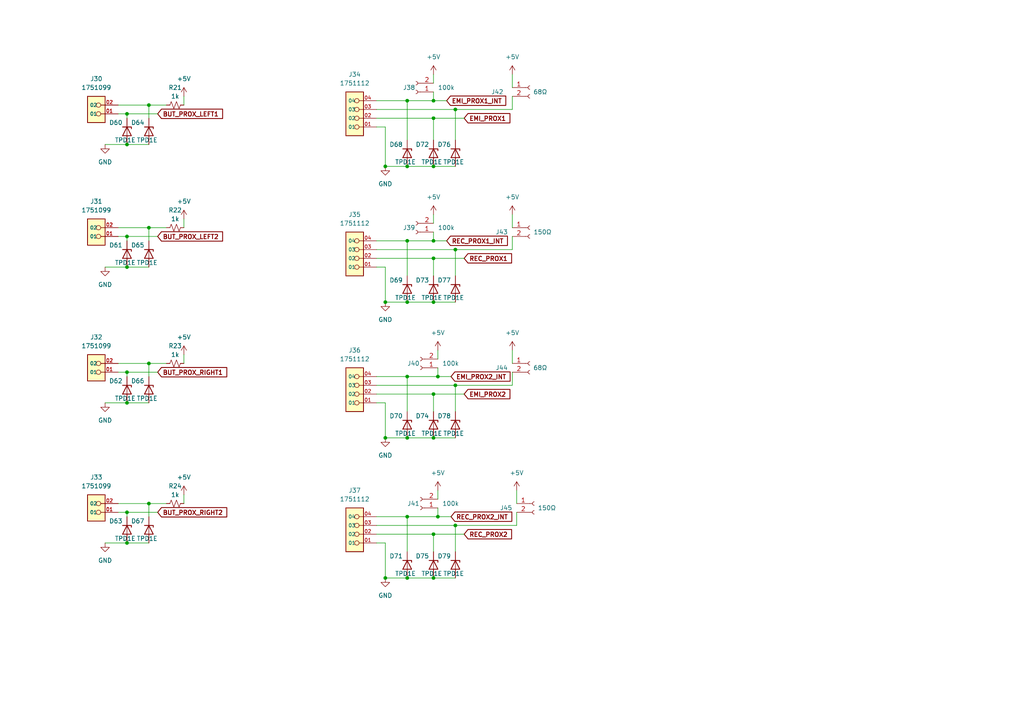
<source format=kicad_sch>
(kicad_sch (version 20211123) (generator eeschema)
  (paper "A4")
  (lib_symbols
    (symbol "Connector:Conn_01x02_Female" (pin_names (offset 1.016) hide)
      (property "Reference" "J" (at 0 2.54 0))
      (property "Value" "Conn_01x02_Female" (at 0 -5.08 0))
      (symbol "Conn_01x02_Female_1_1"
        (arc (start 0 -2.032) (mid -0.508 -2.54) (end 0 -3.048) (stroke (width 0.1524)))
        (polyline (pts (xy -1.27 -2.54) (xy -0.508 -2.54)) (stroke (width 0.1524)))
        (polyline (pts (xy -1.27 0) (xy -0.508 0)) (stroke (width 0.1524)))
        (arc (start 0 0.508) (mid -0.508 0) (end 0 -0.508) (stroke (width 0.1524)))
        (pin passive line (at -5.08 0 0) (length 3.81) (name "Pin_1") (number "1"))
        (pin passive line (at -5.08 -2.54 0) (length 3.81) (name "Pin_2") (number "2"))
      )
    )
    (symbol "Device:D_Zener" (pin_numbers hide) (pin_names (offset 1.016) hide)
      (property "Reference" "D" (at 0 2.54 0))
      (property "Value" "D_Zener" (at 0 -2.54 0))
      (symbol "D_Zener_0_1"
        (polyline (pts (xy 1.27 0) (xy -1.27 0)))
        (polyline (pts (xy -1.27 -1.27) (xy -1.27 1.27) (xy -0.762 1.27)) (stroke (width 0.254)))
        (polyline (pts (xy 1.27 -1.27) (xy 1.27 1.27) (xy -1.27 0) (xy 1.27 -1.27)) (stroke (width 0.254)))
      )
      (symbol "D_Zener_1_1"
        (pin passive line (at -3.81 0 0) (length 2.54) (name "K") (number "1"))
        (pin passive line (at 3.81 0 180) (length 2.54) (name "A") (number "2"))
      )
    )
    (symbol "Device:R_Small_US" (pin_numbers hide) (pin_names (offset 0.254) hide)
      (property "Reference" "R" (at 0.762 0.508 0))
      (property "Value" "R_Small_US" (at 0.762 -1.016 0))
      (symbol "R_Small_US_1_1"
        (polyline (pts (xy 0 0) (xy 1.016 -0.381) (xy 0 -0.762) (xy -1.016 -1.143) (xy 0 -1.524)))
        (polyline (pts (xy 0 1.524) (xy 1.016 1.143) (xy 0 0.762) (xy -1.016 0.381) (xy 0 0)))
        (pin passive line (at 0 2.54 270) (length 1.016) (name "~") (number "1"))
        (pin passive line (at 0 -2.54 90) (length 1.016) (name "~") (number "2"))
      )
    )
    (symbol "SymLib:1751099" (pin_names (offset 1.016))
      (property "Reference" "J" (at -6.85 5.08 0))
      (property "Value" "1751099" (at -6.35 -5.08 0))
      (symbol "1751099_0_0"
        (rectangle (start -6.35 5.08) (end -1.27 -2.54) (stroke (width 0.254)) (fill (type background)))
        (circle (center -4.445 0) (radius 0.635) (stroke (width 0.1524)))
        (circle (center -4.445 2.54) (radius 0.635) (stroke (width 0.1524)))
        (pin passive line (at -10.16 2.54 0) (length 5.08) (name "01") (number "01"))
        (pin passive line (at -10.16 0 0) (length 5.08) (name "02") (number "02"))
      )
    )
    (symbol "SymLib:1751112" (pin_names (offset 1.016))
      (property "Reference" "J" (at -6.85 7.62 0))
      (property "Value" "1751112" (at -6.35 -7.62 0))
      (symbol "1751112_0_0"
        (rectangle (start -6.35 7.62) (end -1.27 -5.08) (stroke (width 0.254)) (fill (type background)))
        (circle (center -4.445 -2.54) (radius 0.635) (stroke (width 0.1524)))
        (circle (center -4.445 0) (radius 0.635) (stroke (width 0.1524)))
        (circle (center -4.445 2.54) (radius 0.635) (stroke (width 0.1524)))
        (circle (center -4.445 5.08) (radius 0.635) (stroke (width 0.1524)))
        (pin passive line (at -10.16 5.08 0) (length 5.08) (name "01") (number "01"))
        (pin passive line (at -10.16 2.54 0) (length 5.08) (name "02") (number "02"))
        (pin passive line (at -10.16 0 0) (length 5.08) (name "03") (number "03"))
        (pin passive line (at -10.16 -2.54 0) (length 5.08) (name "04") (number "04"))
      )
    )
    (symbol "power:+5V" (power) (pin_names (offset 0))
      (property "Value" "+5V" (at 0 3.556 0))
      (symbol "+5V_0_1"
        (polyline (pts (xy -0.762 1.27) (xy 0 2.54)))
        (polyline (pts (xy 0 0) (xy 0 2.54)))
        (polyline (pts (xy 0 2.54) (xy 0.762 1.27)))
      )
      (symbol "+5V_1_1"
        (pin power_in line (at 0 0 90) (length 0) hide (name "+5V") (number "1"))
      )
    )
    (symbol "power:GND" (power) (pin_names (offset 0))
      (property "Value" "GND" (at 0 -3.81 0))
      (symbol "GND_0_1"
        (polyline (pts (xy 0 0) (xy 0 -1.27) (xy 1.27 -1.27) (xy 0 -2.54) (xy -1.27 -1.27) (xy 0 -1.27)))
      )
      (symbol "GND_1_1"
        (pin power_in line (at 0 0 270) (length 0) hide (name "GND") (number "1"))
      )
    )
  )
  (junction (at 118.11 127))
  (junction (at 132.08 72.39))
  (junction (at 36.83 41.91))
  (junction (at 127 149.86))
  (junction (at 125.73 74.93))
  (junction (at 125.73 34.29))
  (junction (at 111.76 87.63))
  (junction (at 36.83 77.47))
  (junction (at 118.11 149.86))
  (junction (at 118.11 48.26))
  (junction (at 132.08 31.75))
  (junction (at 36.83 148.59))
  (junction (at 111.76 167.64))
  (junction (at 132.08 152.4))
  (junction (at 43.18 30.48))
  (junction (at 125.73 69.85))
  (junction (at 36.83 157.48))
  (junction (at 111.76 48.26))
  (junction (at 118.11 87.63))
  (junction (at 125.73 167.64))
  (junction (at 111.76 127))
  (junction (at 125.73 114.3))
  (junction (at 118.11 109.22))
  (junction (at 118.11 167.64))
  (junction (at 36.83 68.58))
  (junction (at 125.73 87.63))
  (junction (at 127 109.22))
  (junction (at 125.73 48.26))
  (junction (at 36.83 33.02))
  (junction (at 118.11 29.21))
  (junction (at 43.18 66.04))
  (junction (at 36.83 116.84))
  (junction (at 132.08 111.76))
  (junction (at 43.18 146.05))
  (junction (at 125.73 29.21))
  (junction (at 125.73 154.94))
  (junction (at 43.18 105.41))
  (junction (at 125.73 127))
  (junction (at 36.83 107.95))
  (junction (at 118.11 69.85))
  (wire (pts (xy 109.22 77.47) (xy 111.76 77.47)))
  (wire (pts (xy 125.73 74.93) (xy 109.22 74.93)))
  (wire (pts (xy 109.22 72.39) (xy 132.08 72.39)))
  (wire (pts (xy 109.22 111.76) (xy 132.08 111.76)))
  (wire (pts (xy 36.83 77.47) (xy 43.18 77.47)))
  (wire (pts (xy 132.08 152.4) (xy 132.08 160.02)))
  (wire (pts (xy 34.29 30.48) (xy 43.18 30.48)))
  (wire (pts (xy 118.11 87.63) (xy 125.73 87.63)))
  (wire (pts (xy 109.22 116.84) (xy 111.76 116.84)))
  (wire (pts (xy 125.73 114.3) (xy 109.22 114.3)))
  (wire (pts (xy 125.73 69.85) (xy 118.11 69.85)))
  (wire (pts (xy 111.76 36.83) (xy 111.76 48.26)))
  (wire (pts (xy 118.11 29.21) (xy 118.11 40.64)))
  (wire (pts (xy 127 144.78) (xy 127 142.24)))
  (wire (pts (xy 127 147.32) (xy 127 149.86)))
  (wire (pts (xy 125.73 167.64) (xy 132.08 167.64)))
  (wire (pts (xy 132.08 111.76) (xy 148.59 111.76)))
  (wire (pts (xy 125.73 24.13) (xy 125.73 21.59)))
  (wire (pts (xy 36.83 41.91) (xy 43.18 41.91)))
  (wire (pts (xy 125.73 34.29) (xy 125.73 40.64)))
  (wire (pts (xy 127 106.68) (xy 127 109.22)))
  (wire (pts (xy 36.83 109.22) (xy 36.83 107.95)))
  (wire (pts (xy 111.76 157.48) (xy 111.76 167.64)))
  (wire (pts (xy 125.73 67.31) (xy 125.73 69.85)))
  (wire (pts (xy 36.83 157.48) (xy 43.18 157.48)))
  (wire (pts (xy 125.73 127) (xy 132.08 127)))
  (wire (pts (xy 111.76 167.64) (xy 118.11 167.64)))
  (wire (pts (xy 118.11 69.85) (xy 109.22 69.85)))
  (wire (pts (xy 118.11 149.86) (xy 118.11 160.02)))
  (wire (pts (xy 36.83 34.29) (xy 36.83 33.02)))
  (wire (pts (xy 53.34 27.94) (xy 53.34 30.48)))
  (wire (pts (xy 148.59 68.58) (xy 148.59 72.39)))
  (wire (pts (xy 148.59 101.6) (xy 148.59 105.41)))
  (wire (pts (xy 118.11 29.21) (xy 109.22 29.21)))
  (wire (pts (xy 111.76 116.84) (xy 111.76 127)))
  (wire (pts (xy 134.62 114.3) (xy 125.73 114.3)))
  (wire (pts (xy 34.29 146.05) (xy 43.18 146.05)))
  (wire (pts (xy 30.48 116.84) (xy 36.83 116.84)))
  (wire (pts (xy 125.73 87.63) (xy 132.08 87.63)))
  (wire (pts (xy 148.59 21.59) (xy 148.59 25.4)))
  (wire (pts (xy 111.76 127) (xy 118.11 127)))
  (wire (pts (xy 125.73 26.67) (xy 125.73 29.21)))
  (wire (pts (xy 125.73 34.29) (xy 109.22 34.29)))
  (wire (pts (xy 118.11 127) (xy 125.73 127)))
  (wire (pts (xy 109.22 36.83) (xy 111.76 36.83)))
  (wire (pts (xy 36.83 68.58) (xy 34.29 68.58)))
  (wire (pts (xy 36.83 148.59) (xy 34.29 148.59)))
  (wire (pts (xy 45.72 33.02) (xy 36.83 33.02)))
  (wire (pts (xy 132.08 31.75) (xy 132.08 40.64)))
  (wire (pts (xy 43.18 105.41) (xy 48.26 105.41)))
  (wire (pts (xy 36.83 33.02) (xy 34.29 33.02)))
  (wire (pts (xy 30.48 157.48) (xy 36.83 157.48)))
  (wire (pts (xy 36.83 116.84) (xy 43.18 116.84)))
  (wire (pts (xy 125.73 154.94) (xy 125.73 160.02)))
  (wire (pts (xy 109.22 31.75) (xy 132.08 31.75)))
  (wire (pts (xy 127 109.22) (xy 130.81 109.22)))
  (wire (pts (xy 125.73 69.85) (xy 129.54 69.85)))
  (wire (pts (xy 45.72 148.59) (xy 36.83 148.59)))
  (wire (pts (xy 148.59 27.94) (xy 148.59 31.75)))
  (wire (pts (xy 125.73 74.93) (xy 125.73 80.01)))
  (wire (pts (xy 36.83 69.85) (xy 36.83 68.58)))
  (wire (pts (xy 132.08 152.4) (xy 149.86 152.4)))
  (wire (pts (xy 134.62 34.29) (xy 125.73 34.29)))
  (wire (pts (xy 132.08 72.39) (xy 148.59 72.39)))
  (wire (pts (xy 111.76 48.26) (xy 118.11 48.26)))
  (wire (pts (xy 43.18 146.05) (xy 43.18 149.86)))
  (wire (pts (xy 34.29 105.41) (xy 43.18 105.41)))
  (wire (pts (xy 43.18 66.04) (xy 48.26 66.04)))
  (wire (pts (xy 118.11 109.22) (xy 109.22 109.22)))
  (wire (pts (xy 118.11 69.85) (xy 118.11 80.01)))
  (wire (pts (xy 53.34 143.51) (xy 53.34 146.05)))
  (wire (pts (xy 53.34 102.87) (xy 53.34 105.41)))
  (wire (pts (xy 134.62 74.93) (xy 125.73 74.93)))
  (wire (pts (xy 43.18 66.04) (xy 43.18 69.85)))
  (wire (pts (xy 34.29 66.04) (xy 43.18 66.04)))
  (wire (pts (xy 30.48 41.91) (xy 36.83 41.91)))
  (wire (pts (xy 132.08 31.75) (xy 148.59 31.75)))
  (wire (pts (xy 125.73 48.26) (xy 132.08 48.26)))
  (wire (pts (xy 134.62 154.94) (xy 125.73 154.94)))
  (wire (pts (xy 45.72 107.95) (xy 36.83 107.95)))
  (wire (pts (xy 118.11 48.26) (xy 125.73 48.26)))
  (wire (pts (xy 43.18 146.05) (xy 48.26 146.05)))
  (wire (pts (xy 127 104.14) (xy 127 101.6)))
  (wire (pts (xy 127 149.86) (xy 118.11 149.86)))
  (wire (pts (xy 45.72 68.58) (xy 36.83 68.58)))
  (wire (pts (xy 125.73 29.21) (xy 129.54 29.21)))
  (wire (pts (xy 111.76 77.47) (xy 111.76 87.63)))
  (wire (pts (xy 125.73 154.94) (xy 109.22 154.94)))
  (wire (pts (xy 132.08 72.39) (xy 132.08 80.01)))
  (wire (pts (xy 109.22 157.48) (xy 111.76 157.48)))
  (wire (pts (xy 36.83 149.86) (xy 36.83 148.59)))
  (wire (pts (xy 118.11 109.22) (xy 118.11 119.38)))
  (wire (pts (xy 132.08 111.76) (xy 132.08 119.38)))
  (wire (pts (xy 109.22 152.4) (xy 132.08 152.4)))
  (wire (pts (xy 36.83 107.95) (xy 34.29 107.95)))
  (wire (pts (xy 125.73 114.3) (xy 125.73 119.38)))
  (wire (pts (xy 125.73 29.21) (xy 118.11 29.21)))
  (wire (pts (xy 53.34 63.5) (xy 53.34 66.04)))
  (wire (pts (xy 118.11 167.64) (xy 125.73 167.64)))
  (wire (pts (xy 148.59 62.23) (xy 148.59 66.04)))
  (wire (pts (xy 118.11 149.86) (xy 109.22 149.86)))
  (wire (pts (xy 30.48 77.47) (xy 36.83 77.47)))
  (wire (pts (xy 43.18 30.48) (xy 48.26 30.48)))
  (wire (pts (xy 149.86 142.24) (xy 149.86 146.05)))
  (wire (pts (xy 127 149.86) (xy 130.81 149.86)))
  (wire (pts (xy 43.18 30.48) (xy 43.18 34.29)))
  (wire (pts (xy 148.59 107.95) (xy 148.59 111.76)))
  (wire (pts (xy 127 109.22) (xy 118.11 109.22)))
  (wire (pts (xy 125.73 64.77) (xy 125.73 62.23)))
  (wire (pts (xy 149.86 148.59) (xy 149.86 152.4)))
  (wire (pts (xy 43.18 105.41) (xy 43.18 109.22)))
  (wire (pts (xy 111.76 87.63) (xy 118.11 87.63)))
  (global_label "REC_PROX1" (shape input) (at 134.62 74.93 0) (effects (font (thickness 0.254) bold)) (property "Intersheet References" "${INTERSHEET_REFS}" (effects hide)))
  (global_label "REC_PROX1_INT" (shape input) (at 129.54 69.85 0) (effects (font bold)) (property "Intersheet References" "${INTERSHEET_REFS}" (effects hide)))
  (global_label "EMI_PROX1" (shape input) (at 134.62 34.29 0) (effects (font (thickness 0.254) bold)) (property "Intersheet References" "${INTERSHEET_REFS}" (effects hide)))
  (global_label "REC_PROX2_INT" (shape input) (at 130.81 149.86 0) (effects (font bold)) (property "Intersheet References" "${INTERSHEET_REFS}" (effects hide)))
  (global_label "EMI_PROX2_INT" (shape input) (at 130.81 109.22 0) (effects (font bold)) (property "Intersheet References" "${INTERSHEET_REFS}" (effects hide)))
  (global_label "EMI_PROX2" (shape input) (at 134.62 114.3 0) (effects (font (thickness 0.254) bold)) (property "Intersheet References" "${INTERSHEET_REFS}" (effects hide)))
  (global_label "BUT_PROX_LEFT1" (shape input) (at 45.72 33.02 0) (effects (font (thickness 0.254) bold)) (property "Intersheet References" "${INTERSHEET_REFS}" (effects hide)))
  (global_label "BUT_PROX_LEFT2" (shape input) (at 45.72 68.58 0) (effects (font (thickness 0.254) bold)) (property "Intersheet References" "${INTERSHEET_REFS}" (effects hide)))
  (global_label "EMI_PROX1_INT" (shape input) (at 129.54 29.21 0) (effects (font bold)) (property "Intersheet References" "${INTERSHEET_REFS}" (effects hide)))
  (global_label "BUT_PROX_RIGHT1" (shape input) (at 45.72 107.95 0) (effects (font (thickness 0.254) bold)) (property "Intersheet References" "${INTERSHEET_REFS}" (effects hide)))
  (global_label "REC_PROX2" (shape input) (at 134.62 154.94 0) (effects (font (thickness 0.254) bold)) (property "Intersheet References" "${INTERSHEET_REFS}" (effects hide)))
  (global_label "BUT_PROX_RIGHT2" (shape input) (at 45.72 148.59 0) (effects (font (thickness 0.254) bold)) (property "Intersheet References" "${INTERSHEET_REFS}" (effects hide)))
  (symbol (lib_id "Device:D_Zener") (at 118.11 44.45 270) (unit 1)
    (property "Reference" "D68" (at 116.84 41.91 90) (effects (justify right)))
    (property "Value" "TPD1E" (at 120.65 46.99 90) (effects (justify right)))
    (property "Footprint" "FootPrint:DPY2_TEX" (effects hide))
  )
  (symbol (lib_id "Connector:Conn_01x02_Female") (at 153.67 105.41 0) (unit 1)
    (property "Reference" "J44" (at 147.32 106.68 0) (effects (justify right)))
    (property "Value" "68Ω" (at 158.75 106.68 0) (effects (justify right)))
    (property "Footprint" "Connector_PinHeader_2.54mm:PinHeader_1x02_P2.54mm_Vertical" (effects hide))
  )
  (symbol (lib_id "Connector:Conn_01x02_Female") (at 121.92 106.68 180) (unit 1)
    (property "Reference" "J40" (at 118.11 105.41 0) (effects (justify right)))
    (property "Value" "100k" (at 128.27 105.41 0) (effects (justify right)))
    (property "Footprint" "Connector_PinHeader_2.54mm:PinHeader_1x02_P2.54mm_Vertical" (effects hide))
  )
  (symbol (lib_id "Device:D_Zener") (at 36.83 73.66 270) (unit 1)
    (property "Reference" "D61" (at 35.56 71.12 90) (effects (justify right)))
    (property "Value" "TPD1E" (at 39.37 76.2 90) (effects (justify right)))
    (property "Footprint" "FootPrint:DPY2_TEX" (effects hide))
  )
  (symbol (lib_id "power:GND") (at 30.48 41.91 0) (unit 1)
    (property "Reference" "#PWR073" (effects hide))
    (property "Value" "GND" (at 30.48 46.99 0))
  )
  (symbol (lib_id "Device:D_Zener") (at 125.73 44.45 270) (unit 1)
    (property "Reference" "D72" (at 124.46 41.91 90) (effects (justify right)))
    (property "Value" "TPD1E" (at 128.27 46.99 90) (effects (justify right)))
    (property "Footprint" "FootPrint:DPY2_TEX" (effects hide))
  )
  (symbol (lib_id "SymLib:1751112") (at 99.06 152.4 180) (unit 1)
    (property "Reference" "J37" (at 102.87 142.24 0))
    (property "Value" "1751112" (at 102.87 144.78 0))
    (property "Footprint" "FootPrint:PHOENIX_1751112" (effects hide))
    (property "PARTREV" "03.03.2021" (effects hide))
    (property "STANDARD" "Manufacturer Recommendations" (effects hide))
    (property "MANUFACTURER" "Phoenix Contact" (effects hide))
  )
  (symbol (lib_id "Device:D_Zener") (at 43.18 113.03 270) (unit 1)
    (property "Reference" "D66" (at 41.91 110.49 90) (effects (justify right)))
    (property "Value" "TPD1E" (at 45.72 115.57 90) (effects (justify right)))
    (property "Footprint" "FootPrint:DPY2_TEX" (effects hide))
  )
  (symbol (lib_id "power:+5V") (at 53.34 143.51 0) (unit 1)
    (property "Reference" "#PWR080" (effects hide))
    (property "Value" "+5V" (at 53.34 138.43 0))
  )
  (symbol (lib_id "power:+5V") (at 127 101.6 0) (unit 1)
    (property "Reference" "#PWR087" (effects hide))
    (property "Value" "+5V" (at 127 96.52 0))
  )
  (symbol (lib_id "Device:D_Zener") (at 132.08 123.19 270) (unit 1)
    (property "Reference" "D78" (at 130.81 120.65 90) (effects (justify right)))
    (property "Value" "TPD1E" (at 134.62 125.73 90) (effects (justify right)))
    (property "Footprint" "FootPrint:DPY2_TEX" (effects hide))
  )
  (symbol (lib_id "power:+5V") (at 149.86 142.24 0) (unit 1)
    (property "Reference" "#PWR092" (effects hide))
    (property "Value" "+5V" (at 149.86 137.16 0))
  )
  (symbol (lib_id "power:GND") (at 111.76 127 0) (unit 1)
    (property "Reference" "#PWR083" (effects hide))
    (property "Value" "GND" (at 111.76 132.08 0))
  )
  (symbol (lib_id "power:+5V") (at 127 142.24 0) (unit 1)
    (property "Reference" "#PWR088" (effects hide))
    (property "Value" "+5V" (at 127 137.16 0))
  )
  (symbol (lib_id "SymLib:1751099") (at 24.13 105.41 180) (unit 1)
    (property "Reference" "J32" (at 27.94 97.79 0))
    (property "Value" "1751099" (at 27.94 100.33 0))
    (property "Footprint" "FootPrint:PHOENIX_1751099" (effects hide))
    (property "PARTREV" "03.03.2021" (effects hide))
    (property "STANDARD" "Manufacturer Recommendations" (effects hide))
    (property "MANUFACTURER" "Phoenix Contact" (effects hide))
  )
  (symbol (lib_id "Device:D_Zener") (at 43.18 73.66 270) (unit 1)
    (property "Reference" "D65" (at 41.91 71.12 90) (effects (justify right)))
    (property "Value" "TPD1E" (at 45.72 76.2 90) (effects (justify right)))
    (property "Footprint" "FootPrint:DPY2_TEX" (effects hide))
  )
  (symbol (lib_id "Device:D_Zener") (at 132.08 163.83 270) (unit 1)
    (property "Reference" "D79" (at 130.81 161.29 90) (effects (justify right)))
    (property "Value" "TPD1E" (at 134.62 166.37 90) (effects (justify right)))
    (property "Footprint" "FootPrint:DPY2_TEX" (effects hide))
  )
  (symbol (lib_id "power:GND") (at 111.76 87.63 0) (unit 1)
    (property "Reference" "#PWR082" (effects hide))
    (property "Value" "GND" (at 111.76 92.71 0))
  )
  (symbol (lib_id "Device:D_Zener") (at 125.73 163.83 270) (unit 1)
    (property "Reference" "D75" (at 124.46 161.29 90) (effects (justify right)))
    (property "Value" "TPD1E" (at 128.27 166.37 90) (effects (justify right)))
    (property "Footprint" "FootPrint:DPY2_TEX" (effects hide))
  )
  (symbol (lib_id "SymLib:1751099") (at 24.13 146.05 180) (unit 1)
    (property "Reference" "J33" (at 27.94 138.43 0))
    (property "Value" "1751099" (at 27.94 140.97 0))
    (property "Footprint" "FootPrint:PHOENIX_1751099" (effects hide))
    (property "PARTREV" "03.03.2021" (effects hide))
    (property "STANDARD" "Manufacturer Recommendations" (effects hide))
    (property "MANUFACTURER" "Phoenix Contact" (effects hide))
  )
  (symbol (lib_id "Connector:Conn_01x02_Female") (at 153.67 25.4 0) (unit 1)
    (property "Reference" "J42" (at 146.05 26.67 0) (effects (justify right)))
    (property "Value" "68Ω" (at 158.75 26.67 0) (effects (justify right)))
    (property "Footprint" "Connector_PinHeader_2.54mm:PinHeader_1x02_P2.54mm_Vertical" (effects hide))
  )
  (symbol (lib_id "Device:D_Zener") (at 43.18 153.67 270) (unit 1)
    (property "Reference" "D67" (at 41.91 151.13 90) (effects (justify right)))
    (property "Value" "TPD1E" (at 45.72 156.21 90) (effects (justify right)))
    (property "Footprint" "FootPrint:DPY2_TEX" (effects hide))
  )
  (symbol (lib_id "Connector:Conn_01x02_Female") (at 120.65 26.67 180) (unit 1)
    (property "Reference" "J38" (at 116.84 25.4 0) (effects (justify right)))
    (property "Value" "100k" (at 127 25.4 0) (effects (justify right)))
    (property "Footprint" "Connector_PinHeader_2.54mm:PinHeader_1x02_P2.54mm_Vertical" (effects hide))
  )
  (symbol (lib_id "power:GND") (at 30.48 157.48 0) (unit 1)
    (property "Reference" "#PWR076" (effects hide))
    (property "Value" "GND" (at 30.48 162.56 0))
  )
  (symbol (lib_id "Device:R_Small_US") (at 50.8 30.48 90) (unit 1)
    (property "Reference" "R21" (at 50.8 25.4 90))
    (property "Value" "1k" (at 50.8 27.94 90))
    (property "Footprint" "Resistor_SMD:R_0603_1608Metric" (effects hide))
  )
  (symbol (lib_id "SymLib:1751099") (at 24.13 66.04 180) (unit 1)
    (property "Reference" "J31" (at 27.94 58.42 0))
    (property "Value" "1751099" (at 27.94 60.96 0))
    (property "Footprint" "FootPrint:PHOENIX_1751099" (effects hide))
    (property "PARTREV" "03.03.2021" (effects hide))
    (property "STANDARD" "Manufacturer Recommendations" (effects hide))
    (property "MANUFACTURER" "Phoenix Contact" (effects hide))
  )
  (symbol (lib_id "power:+5V") (at 53.34 102.87 0) (unit 1)
    (property "Reference" "#PWR079" (effects hide))
    (property "Value" "+5V" (at 53.34 97.79 0))
  )
  (symbol (lib_id "power:GND") (at 111.76 167.64 0) (unit 1)
    (property "Reference" "#PWR084" (effects hide))
    (property "Value" "GND" (at 111.76 172.72 0))
  )
  (symbol (lib_id "Device:D_Zener") (at 125.73 83.82 270) (unit 1)
    (property "Reference" "D73" (at 124.46 81.28 90) (effects (justify right)))
    (property "Value" "TPD1E" (at 128.27 86.36 90) (effects (justify right)))
    (property "Footprint" "FootPrint:DPY2_TEX" (effects hide))
  )
  (symbol (lib_id "power:+5V") (at 53.34 27.94 0) (unit 1)
    (property "Reference" "#PWR077" (effects hide))
    (property "Value" "+5V" (at 53.34 22.86 0))
  )
  (symbol (lib_id "power:GND") (at 30.48 77.47 0) (unit 1)
    (property "Reference" "#PWR074" (effects hide))
    (property "Value" "GND" (at 30.48 82.55 0))
  )
  (symbol (lib_id "power:+5V") (at 125.73 62.23 0) (unit 1)
    (property "Reference" "#PWR086" (effects hide))
    (property "Value" "+5V" (at 125.73 57.15 0))
  )
  (symbol (lib_id "Device:D_Zener") (at 36.83 113.03 270) (unit 1)
    (property "Reference" "D62" (at 35.56 110.49 90) (effects (justify right)))
    (property "Value" "TPD1E" (at 39.37 115.57 90) (effects (justify right)))
    (property "Footprint" "FootPrint:DPY2_TEX" (effects hide))
  )
  (symbol (lib_id "Device:R_Small_US") (at 50.8 146.05 90) (unit 1)
    (property "Reference" "R24" (at 50.8 140.97 90))
    (property "Value" "1k" (at 50.8 143.51 90))
    (property "Footprint" "Resistor_SMD:R_0603_1608Metric" (effects hide))
  )
  (symbol (lib_id "Device:R_Small_US") (at 50.8 66.04 90) (unit 1)
    (property "Reference" "R22" (at 50.8 60.96 90))
    (property "Value" "1k" (at 50.8 63.5 90))
    (property "Footprint" "Resistor_SMD:R_0603_1608Metric" (effects hide))
  )
  (symbol (lib_id "Device:D_Zener") (at 118.11 123.19 270) (unit 1)
    (property "Reference" "D70" (at 116.84 120.65 90) (effects (justify right)))
    (property "Value" "TPD1E" (at 120.65 125.73 90) (effects (justify right)))
    (property "Footprint" "FootPrint:DPY2_TEX" (effects hide))
  )
  (symbol (lib_id "Connector:Conn_01x02_Female") (at 121.92 147.32 180) (unit 1)
    (property "Reference" "J41" (at 118.11 146.05 0) (effects (justify right)))
    (property "Value" "100k" (at 128.27 146.05 0) (effects (justify right)))
    (property "Footprint" "Connector_PinHeader_2.54mm:PinHeader_1x02_P2.54mm_Vertical" (effects hide))
  )
  (symbol (lib_id "Device:D_Zener") (at 125.73 123.19 270) (unit 1)
    (property "Reference" "D74" (at 124.46 120.65 90) (effects (justify right)))
    (property "Value" "TPD1E" (at 128.27 125.73 90) (effects (justify right)))
    (property "Footprint" "FootPrint:DPY2_TEX" (effects hide))
  )
  (symbol (lib_id "SymLib:1751112") (at 99.06 31.75 180) (unit 1)
    (property "Reference" "J34" (at 102.87 21.59 0))
    (property "Value" "1751112" (at 102.87 24.13 0))
    (property "Footprint" "FootPrint:PHOENIX_1751112" (effects hide))
    (property "PARTREV" "03.03.2021" (effects hide))
    (property "STANDARD" "Manufacturer Recommendations" (effects hide))
    (property "MANUFACTURER" "Phoenix Contact" (effects hide))
  )
  (symbol (lib_id "Device:D_Zener") (at 43.18 38.1 270) (unit 1)
    (property "Reference" "D64" (at 41.91 35.56 90) (effects (justify right)))
    (property "Value" "TPD1E" (at 45.72 40.64 90) (effects (justify right)))
    (property "Footprint" "FootPrint:DPY2_TEX" (effects hide))
  )
  (symbol (lib_id "power:+5V") (at 125.73 21.59 0) (unit 1)
    (property "Reference" "#PWR085" (effects hide))
    (property "Value" "+5V" (at 125.73 16.51 0))
  )
  (symbol (lib_id "Device:D_Zener") (at 118.11 83.82 270) (unit 1)
    (property "Reference" "D69" (at 116.84 81.28 90) (effects (justify right)))
    (property "Value" "TPD1E" (at 120.65 86.36 90) (effects (justify right)))
    (property "Footprint" "FootPrint:DPY2_TEX" (effects hide))
  )
  (symbol (lib_id "Device:D_Zener") (at 36.83 153.67 270) (unit 1)
    (property "Reference" "D63" (at 35.56 151.13 90) (effects (justify right)))
    (property "Value" "TPD1E" (at 39.37 156.21 90) (effects (justify right)))
    (property "Footprint" "FootPrint:DPY2_TEX" (effects hide))
  )
  (symbol (lib_id "Device:R_Small_US") (at 50.8 105.41 90) (unit 1)
    (property "Reference" "R23" (at 50.8 100.33 90))
    (property "Value" "1k" (at 50.8 102.87 90))
    (property "Footprint" "Resistor_SMD:R_0603_1608Metric" (effects hide))
  )
  (symbol (lib_id "SymLib:1751112") (at 99.06 111.76 180) (unit 1)
    (property "Reference" "J36" (at 102.87 101.6 0))
    (property "Value" "1751112" (at 102.87 104.14 0))
    (property "Footprint" "FootPrint:PHOENIX_1751112" (effects hide))
    (property "PARTREV" "03.03.2021" (effects hide))
    (property "STANDARD" "Manufacturer Recommendations" (effects hide))
    (property "MANUFACTURER" "Phoenix Contact" (effects hide))
  )
  (symbol (lib_id "Device:D_Zener") (at 132.08 44.45 270) (unit 1)
    (property "Reference" "D76" (at 130.81 41.91 90) (effects (justify right)))
    (property "Value" "TPD1E" (at 134.62 46.99 90) (effects (justify right)))
    (property "Footprint" "FootPrint:DPY2_TEX" (effects hide))
  )
  (symbol (lib_id "Device:D_Zener") (at 36.83 38.1 270) (unit 1)
    (property "Reference" "D60" (at 35.56 35.56 90) (effects (justify right)))
    (property "Value" "TPD1E" (at 39.37 40.64 90) (effects (justify right)))
    (property "Footprint" "FootPrint:DPY2_TEX" (effects hide))
  )
  (symbol (lib_id "power:GND") (at 30.48 116.84 0) (unit 1)
    (property "Reference" "#PWR075" (effects hide))
    (property "Value" "GND" (at 30.48 121.92 0))
  )
  (symbol (lib_id "SymLib:1751112") (at 99.06 72.39 180) (unit 1)
    (property "Reference" "J35" (at 102.87 62.23 0))
    (property "Value" "1751112" (at 102.87 64.77 0))
    (property "Footprint" "FootPrint:PHOENIX_1751112" (effects hide))
    (property "PARTREV" "03.03.2021" (effects hide))
    (property "STANDARD" "Manufacturer Recommendations" (effects hide))
    (property "MANUFACTURER" "Phoenix Contact" (effects hide))
  )
  (symbol (lib_id "power:+5V") (at 148.59 62.23 0) (unit 1)
    (property "Reference" "#PWR090" (effects hide))
    (property "Value" "+5V" (at 148.59 57.15 0))
  )
  (symbol (lib_id "power:+5V") (at 148.59 101.6 0) (unit 1)
    (property "Reference" "#PWR091" (effects hide))
    (property "Value" "+5V" (at 148.59 96.52 0))
  )
  (symbol (lib_id "Device:D_Zener") (at 118.11 163.83 270) (unit 1)
    (property "Reference" "D71" (at 116.84 161.29 90) (effects (justify right)))
    (property "Value" "TPD1E" (at 120.65 166.37 90) (effects (justify right)))
    (property "Footprint" "FootPrint:DPY2_TEX" (effects hide))
  )
  (symbol (lib_id "Connector:Conn_01x02_Female") (at 120.65 67.31 180) (unit 1)
    (property "Reference" "J39" (at 116.84 66.04 0) (effects (justify right)))
    (property "Value" "100k" (at 127 66.04 0) (effects (justify right)))
    (property "Footprint" "Connector_PinHeader_2.54mm:PinHeader_1x02_P2.54mm_Vertical" (effects hide))
  )
  (symbol (lib_id "Device:D_Zener") (at 132.08 83.82 270) (unit 1)
    (property "Reference" "D77" (at 130.81 81.28 90) (effects (justify right)))
    (property "Value" "TPD1E" (at 134.62 86.36 90) (effects (justify right)))
    (property "Footprint" "FootPrint:DPY2_TEX" (effects hide))
  )
  (symbol (lib_id "Connector:Conn_01x02_Female") (at 154.94 146.05 0) (unit 1)
    (property "Reference" "J45" (at 148.59 147.32 0) (effects (justify right)))
    (property "Value" "150Ω" (at 161.29 147.32 0) (effects (justify right)))
    (property "Footprint" "Connector_PinHeader_2.54mm:PinHeader_1x02_P2.54mm_Vertical" (effects hide))
  )
  (symbol (lib_id "SymLib:1751099") (at 24.13 30.48 180) (unit 1)
    (property "Reference" "J30" (at 27.94 22.86 0))
    (property "Value" "1751099" (at 27.94 25.4 0))
    (property "Footprint" "FootPrint:PHOENIX_1751099" (effects hide))
    (property "PARTREV" "03.03.2021" (effects hide))
    (property "STANDARD" "Manufacturer Recommendations" (effects hide))
    (property "MANUFACTURER" "Phoenix Contact" (effects hide))
  )
  (symbol (lib_id "Connector:Conn_01x02_Female") (at 153.67 66.04 0) (unit 1)
    (property "Reference" "J43" (at 147.32 67.31 0) (effects (justify right)))
    (property "Value" "150Ω" (at 160.02 67.31 0) (effects (justify right)))
    (property "Footprint" "Connector_PinHeader_2.54mm:PinHeader_1x02_P2.54mm_Vertical" (effects hide))
  )
  (symbol (lib_id "power:GND") (at 111.76 48.26 0) (unit 1)
    (property "Reference" "#PWR081" (effects hide))
    (property "Value" "GND" (at 111.76 53.34 0))
  )
  (symbol (lib_id "power:+5V") (at 148.59 21.59 0) (unit 1)
    (property "Reference" "#PWR089" (effects hide))
    (property "Value" "+5V" (at 148.59 16.51 0))
  )
  (symbol (lib_id "power:+5V") (at 53.34 63.5 0) (unit 1)
    (property "Reference" "#PWR078" (effects hide))
    (property "Value" "+5V" (at 53.34 58.42 0))
  )
)
</source>
